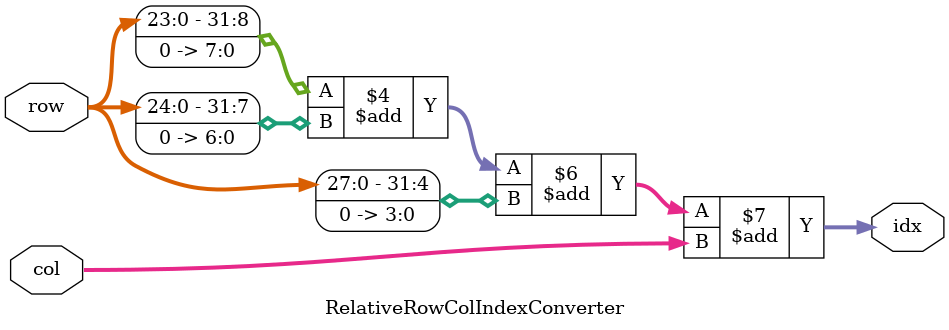
<source format=v>
module MandelbrotComputer
(
    input clock,
    input reset_n,

    input zoom_in,
    input zoom_out,

    input pan_up, 
    input pan_down,
    input pan_left,
    input pan_right,

    input [9:0] vga_row_in,
    input [9:0] vga_col_in,

    output [23:0] vram_out
);
    localparam DEFAULT_HEIGHT = 64'h3FF8000000000000;   /* 2.0 */
    localparam DEFAULT_WIDTH = 64'h4000000000000000;    /* 1.5 */
    localparam VGA_BLACK = 24'hFFFFFF;

    /* Head module - ResolutionTranslationCache                               */
    /* ---------------------------------------------------------------------- */
    /* Fans out results to four cell workers, each of which works on a quad.  */
    /* of the screen.                                                         */
    wire [3:0] rtc_read_req;
    wire [3:0] rtc_ready_for_read;

    wire [67:0] rtc_idx_out;
    wire [255:0] rtc_x0_out;
    wire [255:0] rtc_y0_out;

    wire [16:0] idx_fan[0:3];
    wire [63:0] x0_fan[0:3];
    wire [63:0] y0_fan[0:3];

    assign { x0_fan[3], x0_fan[2], x0_fan[1], x0_fan[0] } = rtc_x0_out;
    assign { y0_fan[3], y0_fan[2], y0_fan[1], y0_fan[0] } = rtc_y0_out;
    assign { idx_fan[3], idx_fan[2], idx_fan[1], idx_fan[0] } = rtc_idx_out; 

    /* View Controller for input centers and width / height                  */
    /*---------------------------------------------------------------------- */
    wire [63:0] width, height, x_center, y_center;

    ViewController view_controller
    (
        .clock(clock),
        .reset_n(reset_n),

        .pan_up(pan_up),
        .pan_down(pan_down),
        .pan_left(pan_left),
        .pan_right(pan_right),

        .zoom_in(zoom_in),
        .zoom_out(zoom_out),

        .x_center(x_center),
        .y_center(y_center),

        .width(width),
        .height(height)
    );

    ResolutionTranslationCache rtc
    (
        .clock(clock),
        .reset_n(reset_n),

        .x_center_in(x_center),
        .y_center_in(y_center),
        .width_in(width),
        .height_in(height),

        .read_req(rtc_read_req),
        .ready_for_read(rtc_ready_for_read),

        .idx_out(rtc_idx_out),
        .x0_out(rtc_x0_out),
        .y0_out(rtc_y0_out)
    );

    /* Final selector - partitions screen into four quads and determines what */
    /* quad and what index to use in that quad.                               */
    /* ---------------------------------------------------------------------- */

    wire [7:0] iter_from_workers[0:3];
    wire [1:0] quad_select;
    wire [16:0] vga_read_idx;
    wire vga_out_of_bounds;

    VGARowColToIndexConverter converter
    (
        .vga_row(vga_row_in),
        .vga_col(vga_col_in),

        .out_of_bounds(vga_out_of_bounds),
        .quad_select(quad_select),
        .idx_out(vga_read_idx)
    );

    assign vram_out = vga_out_of_bounds 
        ? VGA_BLACK : { 6{ iter_from_workers[quad_select][7:4] } };

    /* Cell Workers - one for each corner                                     */
    /* ---------------------------------------------------------------------- */
    generate
        genvar i;
        for (i = 0; i < 4; i = i + 1) begin: cell_worker_block
            CellWorker worker
            (
                .clock(clock),
                .reset_n(reset_n),

                .iter_idx_in(vga_read_idx),
                .rtc_poll_ready(rtc_ready_for_read[i]),

                .idx_from_rtc(idx_fan[i]),
                .x0_from_rtc(x0_fan[i]),
                .y0_from_rtc(y0_fan[i]),

                .rtc_read(rtc_read_req[i]),
                .iter_out(iter_from_workers[i])
            );
        end
    endgenerate

    integer dbg_i;
    reg [3:0] rtc_read_req_saved;
    always @(posedge clock) begin
        rtc_read_req_saved <= rtc_read_req;
        for (dbg_i = 0; dbg_i < 4; dbg_i = dbg_i + 1)
            if (rtc_read_req_saved[dbg_i])
                $display("[%d] Sending to CW[%d] <x0=%f, y0=%f> [idx=0x%05x]",
                    $time, dbg_i, 
                    $bitstoreal(x0_fan[dbg_i]),
                    $bitstoreal(y0_fan[dbg_i]),
                    idx_fan[dbg_i]);
    end

endmodule

module VGARowColToIndexConverter
(
    input [9:0] vga_row,
    input [9:0] vga_col,

    output out_of_bounds,
    output [1:0] quad_select,
    output [16:0] idx_out
);

    wire [31:0] vga_row_ext, vga_col_ext;
    assign vga_row_ext = { { 22{ 1'b0 } }, vga_row }; 
    assign vga_col_ext = { { 22{ 1'b0 } }, vga_col }; 

    assign out_of_bounds = vga_row_ext >= 32'd600 || vga_col_ext >= 32'd800;

    wire inv_row, inv_col;
    assign inv_row = vga_row_ext < 32'd300;
    assign inv_col = vga_col_ext < 32'd400;

    wire [31:0] offset_row, offset_col;
    assign offset_row = vga_row_ext - 32'd300;
    assign offset_col = vga_col_ext - 32'd400;

    wire [31:0] inverted_offset_row, inverted_offset_col;
    assign inverted_offset_row = 32'd299 - vga_row_ext;
    assign inverted_offset_col = 32'd399 - vga_col_ext;

    assign quad_select = out_of_bounds ? 2'd0 : 
        vga_col_ext <  32'd400 && vga_row_ext <  32'd300 ? 2'd1 :
        vga_col_ext >= 32'd400 && vga_row_ext <  32'd300 ? 2'd2 :
        vga_col_ext <  32'd400 && vga_row_ext >= 32'd300 ? 2'd3 :
        vga_col_ext >= 32'd400 && vga_row_ext >= 32'd300 ? 2'd0 : 2'dx;

    wire [31:0] relative_row, relative_col;
    assign relative_row = inv_row ? inverted_offset_row : offset_row;
    assign relative_col = inv_col ? inverted_offset_col : offset_col;

    wire [31:0] idx_ext;
    RelativeRowColIndexConverter converter
    (
        .row(relative_row),
        .col(relative_col),
        .idx(idx_ext)
    );

    assign idx_out = idx_ext[16:0];

endmodule

module RelativeRowColIndexConverter
(
    input [31:0] row, 
    input [31:0] col,
    output [31:0] idx
);
    /* idx = (row * 400) + col */
    assign idx = (row << 8) + (row << 7) + (row << 4) + col;

endmodule
</source>
